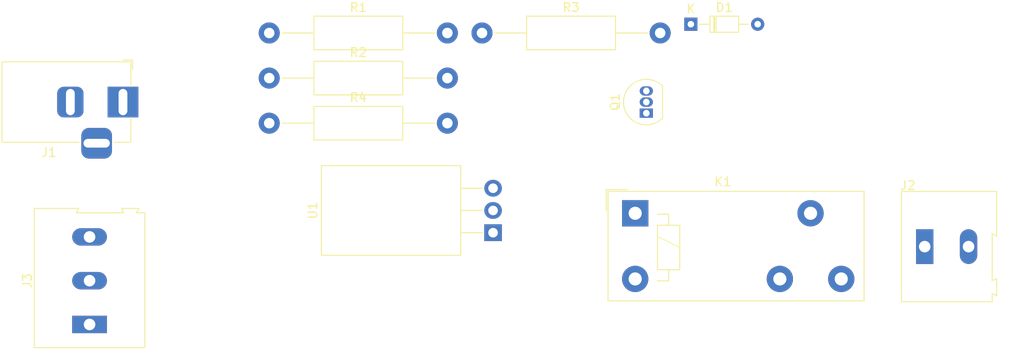
<source format=kicad_pcb>
(kicad_pcb (version 20171130) (host pcbnew "(5.1.4)-1")

  (general
    (thickness 1.6)
    (drawings 0)
    (tracks 0)
    (zones 0)
    (modules 11)
    (nets 10)
  )

  (page A4)
  (layers
    (0 F.Cu signal)
    (31 B.Cu signal)
    (32 B.Adhes user)
    (33 F.Adhes user)
    (34 B.Paste user)
    (35 F.Paste user)
    (36 B.SilkS user)
    (37 F.SilkS user)
    (38 B.Mask user)
    (39 F.Mask user)
    (40 Dwgs.User user)
    (41 Cmts.User user)
    (42 Eco1.User user)
    (43 Eco2.User user)
    (44 Edge.Cuts user)
    (45 Margin user)
    (46 B.CrtYd user)
    (47 F.CrtYd user)
    (48 B.Fab user)
    (49 F.Fab user)
  )

  (setup
    (last_trace_width 0.25)
    (trace_clearance 0.2)
    (zone_clearance 0.508)
    (zone_45_only no)
    (trace_min 0.2)
    (via_size 0.8)
    (via_drill 0.4)
    (via_min_size 0.4)
    (via_min_drill 0.3)
    (uvia_size 0.3)
    (uvia_drill 0.1)
    (uvias_allowed no)
    (uvia_min_size 0.2)
    (uvia_min_drill 0.1)
    (edge_width 0.05)
    (segment_width 0.2)
    (pcb_text_width 0.3)
    (pcb_text_size 1.5 1.5)
    (mod_edge_width 0.12)
    (mod_text_size 1 1)
    (mod_text_width 0.15)
    (pad_size 1.524 1.524)
    (pad_drill 0.762)
    (pad_to_mask_clearance 0.051)
    (solder_mask_min_width 0.25)
    (aux_axis_origin 0 0)
    (visible_elements 7FFFFFFF)
    (pcbplotparams
      (layerselection 0x010fc_ffffffff)
      (usegerberextensions false)
      (usegerberattributes false)
      (usegerberadvancedattributes false)
      (creategerberjobfile false)
      (excludeedgelayer true)
      (linewidth 0.100000)
      (plotframeref false)
      (viasonmask false)
      (mode 1)
      (useauxorigin false)
      (hpglpennumber 1)
      (hpglpenspeed 20)
      (hpglpendiameter 15.000000)
      (psnegative false)
      (psa4output false)
      (plotreference true)
      (plotvalue true)
      (plotinvisibletext false)
      (padsonsilk false)
      (subtractmaskfromsilk false)
      (outputformat 1)
      (mirror false)
      (drillshape 1)
      (scaleselection 1)
      (outputdirectory ""))
  )

  (net 0 "")
  (net 1 "Net-(D1-Pad2)")
  (net 2 +12V)
  (net 3 GND)
  (net 4 "Net-(J2-Pad1)")
  (net 5 "Net-(J3-Pad3)")
  (net 6 "Net-(J3-Pad1)")
  (net 7 "Net-(Q1-Pad2)")
  (net 8 "Net-(R3-Pad2)")
  (net 9 "Net-(J2-Pad2)")

  (net_class Default "This is the default net class."
    (clearance 0.2)
    (trace_width 0.25)
    (via_dia 0.8)
    (via_drill 0.4)
    (uvia_dia 0.3)
    (uvia_drill 0.1)
    (add_net +12V)
    (add_net GND)
    (add_net "Net-(D1-Pad2)")
    (add_net "Net-(J1-Pad2)")
    (add_net "Net-(J2-Pad1)")
    (add_net "Net-(J2-Pad2)")
    (add_net "Net-(J3-Pad1)")
    (add_net "Net-(J3-Pad3)")
    (add_net "Net-(K1-Pad14)")
    (add_net "Net-(Q1-Pad2)")
    (add_net "Net-(R3-Pad2)")
  )

  (module Relay_THT:Relay_SPDT_Finder_40.41 (layer F.Cu) (tedit 5A5B63C1) (tstamp 618C6C88)
    (at 52.07 55.88)
    (descr "Relay DPDT Finder 40.41, Pitch 3.5mm/7.5mm, https://www.finder-relais.net/de/finder-relais-serie-40.pdf")
    (tags "Relay DPDT Finder 40.41 Pitch 3.5mm")
    (path /618BFA4E)
    (fp_text reference K1 (at 10 -3.6) (layer F.SilkS)
      (effects (font (size 1 1) (thickness 0.15)))
    )
    (fp_text value G6E (at 12.192 11.43) (layer F.Fab)
      (effects (font (size 1 1) (thickness 0.15)))
    )
    (fp_line (start 26.25 10.2) (end -3.25 10.2) (layer F.CrtYd) (width 0.05))
    (fp_line (start 26.25 10.2) (end 26.25 -2.65) (layer F.CrtYd) (width 0.05))
    (fp_line (start -3.25 -2.65) (end -3.25 10.2) (layer F.CrtYd) (width 0.05))
    (fp_line (start -3.25 -2.65) (end 26.25 -2.65) (layer F.CrtYd) (width 0.05))
    (fp_line (start 2.54 1.37) (end 3.81 1.37) (layer F.SilkS) (width 0.12))
    (fp_line (start 2.54 6.45) (end 2.54 1.37) (layer F.SilkS) (width 0.12))
    (fp_line (start 5.08 6.45) (end 2.54 6.45) (layer F.SilkS) (width 0.12))
    (fp_line (start 5.08 1.37) (end 5.08 6.45) (layer F.SilkS) (width 0.12))
    (fp_line (start 3.81 1.37) (end 5.08 1.37) (layer F.SilkS) (width 0.12))
    (fp_line (start 3.81 0.1) (end 3.81 1.37) (layer F.SilkS) (width 0.12))
    (fp_line (start 2.54 0.1) (end 3.81 0.1) (layer F.SilkS) (width 0.12))
    (fp_line (start 3.81 7.72) (end 2.54 7.72) (layer F.SilkS) (width 0.12))
    (fp_line (start 3.81 6.45) (end 3.81 7.72) (layer F.SilkS) (width 0.12))
    (fp_line (start 2.54 2.64) (end 5.08 3.91) (layer F.SilkS) (width 0.12))
    (fp_line (start 0 1.9) (end 0 5.9) (layer F.Fab) (width 0.12))
    (fp_line (start -3 -1.3) (end -3 9.9) (layer F.Fab) (width 0.12))
    (fp_line (start -3 9.9) (end 26 9.9) (layer F.Fab) (width 0.12))
    (fp_line (start 26 9.9) (end 26 -2.4) (layer F.Fab) (width 0.12))
    (fp_line (start 26 -2.4) (end -2 -2.4) (layer F.Fab) (width 0.12))
    (fp_line (start -2 -2.4) (end -3 -1.3) (layer F.Fab) (width 0.12))
    (fp_line (start -3.1 -2.5) (end 26.1 -2.5) (layer F.SilkS) (width 0.12))
    (fp_line (start 26.1 -2.5) (end 26.1 10) (layer F.SilkS) (width 0.12))
    (fp_line (start 26.1 10) (end -3.1 10) (layer F.SilkS) (width 0.12))
    (fp_line (start -3.1 10) (end -3.1 -2.5) (layer F.SilkS) (width 0.12))
    (fp_line (start -0.9 -2.7) (end -3.3 -2.7) (layer F.SilkS) (width 0.12))
    (fp_line (start -3.3 -0.3) (end -3.3 -2.7) (layer F.SilkS) (width 0.12))
    (fp_text user %R (at 12.065 3.91) (layer F.Fab)
      (effects (font (size 1 1) (thickness 0.15)))
    )
    (pad 12 thru_hole circle (at 16.5 7.5) (size 3 3) (drill 1.5) (layers *.Cu *.Mask)
      (net 4 "Net-(J2-Pad1)"))
    (pad 14 thru_hole circle (at 23.5 7.5) (size 3 3) (drill 1.5) (layers *.Cu *.Mask))
    (pad 11 thru_hole circle (at 20 0) (size 3 3) (drill 1.5) (layers *.Cu *.Mask)
      (net 9 "Net-(J2-Pad2)"))
    (pad A2 thru_hole circle (at 0 7.5) (size 3 3) (drill 1.5) (layers *.Cu *.Mask)
      (net 1 "Net-(D1-Pad2)"))
    (pad A1 thru_hole rect (at 0 0) (size 3 3) (drill 1.5) (layers *.Cu *.Mask)
      (net 2 +12V))
    (model ${KISYS3DMOD}/Relay_THT.3dshapes/Relay_SPDT_Finder_40.41.wrl
      (at (xyz 0 0 0))
      (scale (xyz 1 1 1))
      (rotate (xyz 0 0 0))
    )
  )

  (module TerminalBlock:TerminalBlock_Altech_AK300-3_P5.00mm (layer F.Cu) (tedit 59FF0306) (tstamp 618C242A)
    (at -10.16 68.58 90)
    (descr "Altech AK300 terminal block, pitch 5.0mm, 45 degree angled, see http://www.mouser.com/ds/2/16/PCBMETRC-24178.pdf")
    (tags "Altech AK300 terminal block pitch 5.0mm")
    (path /618C22CA)
    (fp_text reference J3 (at 5 -7.1 90) (layer F.SilkS)
      (effects (font (size 1 1) (thickness 0.15)))
    )
    (fp_text value Screw_Terminal_01x03 (at 4.95 7.3 90) (layer F.Fab)
      (effects (font (size 1 1) (thickness 0.15)))
    )
    (fp_arc (start -1.16 -4.66) (end -1.44 -4.14) (angle 104.2) (layer F.Fab) (width 0.1))
    (fp_arc (start -0.04 -3.72) (end -1.64 -5.01) (angle 100) (layer F.Fab) (width 0.1))
    (fp_arc (start 0.04 -6.08) (end 1.5 -4.13) (angle 75.5) (layer F.Fab) (width 0.1))
    (fp_arc (start 1 -4.6) (end 1.51 -5.06) (angle 90.5) (layer F.Fab) (width 0.1))
    (fp_arc (start 3.85 -4.66) (end 3.56 -4.14) (angle 104.2) (layer F.Fab) (width 0.1))
    (fp_arc (start 4.96 -3.72) (end 3.36 -5.01) (angle 100) (layer F.Fab) (width 0.1))
    (fp_arc (start 5.04 -6.08) (end 6.5 -4.13) (angle 75.5) (layer F.Fab) (width 0.1))
    (fp_arc (start 6.01 -4.6) (end 6.51 -5.06) (angle 90.5) (layer F.Fab) (width 0.1))
    (fp_arc (start 11.09 -4.6) (end 11.59 -5.06) (angle 90.5) (layer F.Fab) (width 0.1))
    (fp_arc (start 10.12 -6.08) (end 11.58 -4.13) (angle 75.5) (layer F.Fab) (width 0.1))
    (fp_arc (start 10.04 -3.72) (end 8.44 -5.01) (angle 100) (layer F.Fab) (width 0.1))
    (fp_arc (start 8.93 -4.66) (end 8.64 -4.14) (angle 104.2) (layer F.Fab) (width 0.1))
    (fp_line (start 13.42 6.46) (end -2.83 6.46) (layer F.CrtYd) (width 0.05))
    (fp_line (start 13.42 6.46) (end 13.42 -6.48) (layer F.CrtYd) (width 0.05))
    (fp_line (start -2.83 -6.48) (end -2.83 6.46) (layer F.CrtYd) (width 0.05))
    (fp_line (start -2.83 -6.48) (end 13.42 -6.48) (layer F.CrtYd) (width 0.05))
    (fp_line (start 3.34 -0.26) (end 6.64 -0.26) (layer F.Fab) (width 0.1))
    (fp_line (start 2.96 -0.26) (end 3.34 -0.26) (layer F.Fab) (width 0.1))
    (fp_line (start 7.02 -0.26) (end 6.64 -0.26) (layer F.Fab) (width 0.1))
    (fp_line (start 1.64 -0.26) (end -1.67 -0.26) (layer F.Fab) (width 0.1))
    (fp_line (start 2.02 -0.26) (end 1.64 -0.26) (layer F.Fab) (width 0.1))
    (fp_line (start -2.05 -0.26) (end -1.67 -0.26) (layer F.Fab) (width 0.1))
    (fp_line (start -1.51 -4.33) (end 1.53 -4.96) (layer F.Fab) (width 0.1))
    (fp_line (start -1.64 -4.46) (end 1.41 -5.09) (layer F.Fab) (width 0.1))
    (fp_line (start 3.49 -4.33) (end 6.54 -4.96) (layer F.Fab) (width 0.1))
    (fp_line (start 3.36 -4.46) (end 6.41 -5.09) (layer F.Fab) (width 0.1))
    (fp_line (start 2.02 -5.98) (end -2.05 -5.98) (layer F.Fab) (width 0.1))
    (fp_line (start -2.05 -3.44) (end -2.05 -5.98) (layer F.Fab) (width 0.1))
    (fp_line (start 2.02 -3.44) (end -2.05 -3.44) (layer F.Fab) (width 0.1))
    (fp_line (start 2.02 -3.44) (end 2.02 -5.98) (layer F.Fab) (width 0.1))
    (fp_line (start 7.02 -3.44) (end 2.96 -3.44) (layer F.Fab) (width 0.1))
    (fp_line (start 7.02 -5.98) (end 7.02 -3.44) (layer F.Fab) (width 0.1))
    (fp_line (start 2.96 -5.98) (end 7.02 -5.98) (layer F.Fab) (width 0.1))
    (fp_line (start 2.96 -3.44) (end 2.96 -5.98) (layer F.Fab) (width 0.1))
    (fp_line (start -2.58 -3.19) (end -2.58 -6.23) (layer F.Fab) (width 0.1))
    (fp_line (start -2.58 -3.19) (end 7.58 -3.19) (layer F.Fab) (width 0.1))
    (fp_line (start -2.58 -0.65) (end -2.58 -3.19) (layer F.Fab) (width 0.1))
    (fp_line (start -2.58 6.21) (end -2.58 -0.65) (layer F.Fab) (width 0.1))
    (fp_line (start 6.64 0.5) (end 6.26 0.5) (layer F.Fab) (width 0.1))
    (fp_line (start 3.34 0.5) (end 3.72 0.5) (layer F.Fab) (width 0.1))
    (fp_line (start 1.64 0.5) (end 1.26 0.5) (layer F.Fab) (width 0.1))
    (fp_line (start -1.67 0.5) (end -1.28 0.5) (layer F.Fab) (width 0.1))
    (fp_line (start -1.67 3.67) (end -1.67 0.5) (layer F.Fab) (width 0.1))
    (fp_line (start 1.64 3.67) (end -1.67 3.67) (layer F.Fab) (width 0.1))
    (fp_line (start 1.64 3.67) (end 1.64 0.5) (layer F.Fab) (width 0.1))
    (fp_line (start 3.34 3.67) (end 3.34 0.5) (layer F.Fab) (width 0.1))
    (fp_line (start 6.64 3.67) (end 3.34 3.67) (layer F.Fab) (width 0.1))
    (fp_line (start 6.64 3.67) (end 6.64 0.5) (layer F.Fab) (width 0.1))
    (fp_line (start -2.05 4.31) (end -2.05 6.21) (layer F.Fab) (width 0.1))
    (fp_line (start 2.02 4.31) (end 2.02 -0.26) (layer F.Fab) (width 0.1))
    (fp_line (start 2.02 4.31) (end -2.05 4.31) (layer F.Fab) (width 0.1))
    (fp_line (start 7.02 4.31) (end 7.02 6.21) (layer F.Fab) (width 0.1))
    (fp_line (start 2.96 4.31) (end 2.96 -0.26) (layer F.Fab) (width 0.1))
    (fp_line (start 2.96 4.31) (end 7.02 4.31) (layer F.Fab) (width 0.1))
    (fp_line (start -2.05 6.21) (end 2.02 6.21) (layer F.Fab) (width 0.1))
    (fp_line (start -2.58 6.21) (end -2.05 6.21) (layer F.Fab) (width 0.1))
    (fp_line (start -2.05 -0.26) (end -2.05 4.31) (layer F.Fab) (width 0.1))
    (fp_line (start 2.02 6.21) (end 2.96 6.21) (layer F.Fab) (width 0.1))
    (fp_line (start 2.02 6.21) (end 2.02 4.31) (layer F.Fab) (width 0.1))
    (fp_line (start 7.02 6.21) (end 7.58 6.21) (layer F.Fab) (width 0.1))
    (fp_line (start 2.96 6.21) (end 7.02 6.21) (layer F.Fab) (width 0.1))
    (fp_line (start 7.02 -0.26) (end 7.02 4.31) (layer F.Fab) (width 0.1))
    (fp_line (start 2.96 6.21) (end 2.96 4.31) (layer F.Fab) (width 0.1))
    (fp_line (start 8.02 4.05) (end 8.02 5.2) (layer F.Fab) (width 0.1))
    (fp_line (start 8.02 5.2) (end 8.02 6.21) (layer F.Fab) (width 0.1))
    (fp_line (start 3.72 2.53) (end 3.72 -0.26) (layer F.Fab) (width 0.1))
    (fp_line (start 3.72 -0.26) (end 6.26 -0.26) (layer F.Fab) (width 0.1))
    (fp_line (start 6.26 2.53) (end 6.26 -0.26) (layer F.Fab) (width 0.1))
    (fp_line (start 3.72 2.53) (end 6.26 2.53) (layer F.Fab) (width 0.1))
    (fp_line (start -1.28 2.53) (end -1.28 -0.26) (layer F.Fab) (width 0.1))
    (fp_line (start -1.28 -0.26) (end 1.26 -0.26) (layer F.Fab) (width 0.1))
    (fp_line (start 1.26 2.53) (end 1.26 -0.26) (layer F.Fab) (width 0.1))
    (fp_line (start -1.28 2.53) (end 1.26 2.53) (layer F.Fab) (width 0.1))
    (fp_line (start 8.8 2.53) (end 11.34 2.53) (layer F.Fab) (width 0.1))
    (fp_line (start 11.34 2.53) (end 11.34 -0.26) (layer F.Fab) (width 0.1))
    (fp_line (start 8.8 -0.26) (end 11.34 -0.26) (layer F.Fab) (width 0.1))
    (fp_line (start 8.8 2.53) (end 8.8 -0.26) (layer F.Fab) (width 0.1))
    (fp_line (start 12.66 -6.23) (end 12.66 -3.19) (layer F.Fab) (width 0.1))
    (fp_line (start 12.66 -6.23) (end 13.17 -6.23) (layer F.Fab) (width 0.1))
    (fp_line (start 13.17 -6.23) (end 13.17 -1.41) (layer F.Fab) (width 0.1))
    (fp_line (start 13.17 -1.41) (end 12.66 -1.66) (layer F.Fab) (width 0.1))
    (fp_line (start 13.17 5.45) (end 12.66 5.2) (layer F.Fab) (width 0.1))
    (fp_line (start 12.66 5.2) (end 12.66 6.21) (layer F.Fab) (width 0.1))
    (fp_line (start 13.17 3.8) (end 12.66 4.05) (layer F.Fab) (width 0.1))
    (fp_line (start 12.66 4.05) (end 12.66 5.2) (layer F.Fab) (width 0.1))
    (fp_line (start 13.17 3.8) (end 13.17 5.45) (layer F.Fab) (width 0.1))
    (fp_line (start 8.04 6.21) (end 8.04 4.31) (layer F.Fab) (width 0.1))
    (fp_line (start 12.1 -0.26) (end 12.1 4.31) (layer F.Fab) (width 0.1))
    (fp_line (start 12.1 6.21) (end 12.66 6.21) (layer F.Fab) (width 0.1))
    (fp_line (start 8.04 4.31) (end 12.1 4.31) (layer F.Fab) (width 0.1))
    (fp_line (start 12.1 4.31) (end 12.1 6.21) (layer F.Fab) (width 0.1))
    (fp_line (start 11.72 3.67) (end 11.72 0.5) (layer F.Fab) (width 0.1))
    (fp_line (start 11.72 3.67) (end 8.42 3.67) (layer F.Fab) (width 0.1))
    (fp_line (start 8.42 3.67) (end 8.42 0.5) (layer F.Fab) (width 0.1))
    (fp_line (start 8.42 0.5) (end 8.8 0.5) (layer F.Fab) (width 0.1))
    (fp_line (start 11.72 0.5) (end 11.34 0.5) (layer F.Fab) (width 0.1))
    (fp_line (start 12.66 -1.66) (end 12.66 -0.65) (layer F.Fab) (width 0.1))
    (fp_line (start 12.66 -0.65) (end 12.66 4.05) (layer F.Fab) (width 0.1))
    (fp_line (start 12.66 -3.19) (end 12.66 -1.66) (layer F.Fab) (width 0.1))
    (fp_line (start 8.04 -3.44) (end 8.04 -5.98) (layer F.Fab) (width 0.1))
    (fp_line (start 8.04 -5.98) (end 12.1 -5.98) (layer F.Fab) (width 0.1))
    (fp_line (start 12.1 -5.98) (end 12.1 -3.44) (layer F.Fab) (width 0.1))
    (fp_line (start 12.1 -3.44) (end 8.04 -3.44) (layer F.Fab) (width 0.1))
    (fp_line (start 8.44 -4.46) (end 11.49 -5.09) (layer F.Fab) (width 0.1))
    (fp_line (start 8.57 -4.33) (end 11.62 -4.96) (layer F.Fab) (width 0.1))
    (fp_line (start 12.1 -0.26) (end 11.72 -0.26) (layer F.Fab) (width 0.1))
    (fp_line (start 8.04 -0.26) (end 8.42 -0.26) (layer F.Fab) (width 0.1))
    (fp_line (start 8.42 -0.26) (end 11.72 -0.26) (layer F.Fab) (width 0.1))
    (fp_line (start -2.58 -6.23) (end 12.66 -6.23) (layer F.Fab) (width 0.1))
    (fp_line (start 7.58 -3.19) (end 12.6 -3.19) (layer F.Fab) (width 0.1))
    (fp_line (start 12.09 6.21) (end 7.58 6.21) (layer F.Fab) (width 0.1))
    (fp_line (start 8.02 3.99) (end 8.02 -0.26) (layer F.Fab) (width 0.1))
    (fp_line (start 12.66 -0.65) (end -2.52 -0.65) (layer F.Fab) (width 0.1))
    (fp_line (start 13.25 -6.3) (end -2.65 -6.3) (layer F.SilkS) (width 0.12))
    (fp_line (start 13.25 -1.25) (end 13.25 -6.3) (layer F.SilkS) (width 0.12))
    (fp_line (start 12.75 -1.5) (end 13.25 -1.25) (layer F.SilkS) (width 0.12))
    (fp_line (start 12.75 3.9) (end 12.75 -1.5) (layer F.SilkS) (width 0.12))
    (fp_line (start 13.25 3.65) (end 12.75 3.9) (layer F.SilkS) (width 0.12))
    (fp_line (start 13.25 5.65) (end 13.25 3.65) (layer F.SilkS) (width 0.12))
    (fp_line (start 12.75 5.35) (end 13.25 5.65) (layer F.SilkS) (width 0.12))
    (fp_line (start 12.75 6.3) (end 12.75 5.35) (layer F.SilkS) (width 0.12))
    (fp_line (start -2.65 6.3) (end 12.75 6.3) (layer F.SilkS) (width 0.12))
    (fp_line (start -2.65 -6.3) (end -2.65 6.3) (layer F.SilkS) (width 0.12))
    (fp_text user %R (at 5 -2 90) (layer F.Fab)
      (effects (font (size 1 1) (thickness 0.15)))
    )
    (pad 3 thru_hole oval (at 10 0 90) (size 1.98 3.96) (drill 1.32) (layers *.Cu *.Mask)
      (net 5 "Net-(J3-Pad3)"))
    (pad 2 thru_hole oval (at 5 0 90) (size 1.98 3.96) (drill 1.32) (layers *.Cu *.Mask)
      (net 3 GND))
    (pad 1 thru_hole rect (at 0 0 90) (size 1.98 3.96) (drill 1.32) (layers *.Cu *.Mask)
      (net 6 "Net-(J3-Pad1)"))
    (model ${KISYS3DMOD}/TerminalBlock.3dshapes/TerminalBlock_Altech_AK300-3_P5.00mm.wrl
      (at (xyz 0 0 0))
      (scale (xyz 1 1 1))
      (rotate (xyz 0 0 0))
    )
  )

  (module Package_TO_SOT_THT:TO-220-3_Horizontal_TabDown (layer F.Cu) (tedit 5AC8BA0D) (tstamp 618C24DB)
    (at 35.86 58.1 90)
    (descr "TO-220-3, Horizontal, RM 2.54mm, see https://www.vishay.com/docs/66542/to-220-1.pdf")
    (tags "TO-220-3 Horizontal RM 2.54mm")
    (path /618BCCE9)
    (fp_text reference U1 (at 2.54 -20.58 90) (layer F.SilkS)
      (effects (font (size 1 1) (thickness 0.15)))
    )
    (fp_text value LM317_TO3 (at 2.54 2 90) (layer F.Fab)
      (effects (font (size 1 1) (thickness 0.15)))
    )
    (fp_text user %R (at 2.54 -20.58 90) (layer F.Fab)
      (effects (font (size 1 1) (thickness 0.15)))
    )
    (fp_line (start 7.79 -19.71) (end -2.71 -19.71) (layer F.CrtYd) (width 0.05))
    (fp_line (start 7.79 1.25) (end 7.79 -19.71) (layer F.CrtYd) (width 0.05))
    (fp_line (start -2.71 1.25) (end 7.79 1.25) (layer F.CrtYd) (width 0.05))
    (fp_line (start -2.71 -19.71) (end -2.71 1.25) (layer F.CrtYd) (width 0.05))
    (fp_line (start 5.08 -3.69) (end 5.08 -1.15) (layer F.SilkS) (width 0.12))
    (fp_line (start 2.54 -3.69) (end 2.54 -1.15) (layer F.SilkS) (width 0.12))
    (fp_line (start 0 -3.69) (end 0 -1.15) (layer F.SilkS) (width 0.12))
    (fp_line (start 7.66 -19.58) (end 7.66 -3.69) (layer F.SilkS) (width 0.12))
    (fp_line (start -2.58 -19.58) (end -2.58 -3.69) (layer F.SilkS) (width 0.12))
    (fp_line (start -2.58 -19.58) (end 7.66 -19.58) (layer F.SilkS) (width 0.12))
    (fp_line (start -2.58 -3.69) (end 7.66 -3.69) (layer F.SilkS) (width 0.12))
    (fp_line (start 5.08 -3.81) (end 5.08 0) (layer F.Fab) (width 0.1))
    (fp_line (start 2.54 -3.81) (end 2.54 0) (layer F.Fab) (width 0.1))
    (fp_line (start 0 -3.81) (end 0 0) (layer F.Fab) (width 0.1))
    (fp_line (start 7.54 -3.81) (end -2.46 -3.81) (layer F.Fab) (width 0.1))
    (fp_line (start 7.54 -13.06) (end 7.54 -3.81) (layer F.Fab) (width 0.1))
    (fp_line (start -2.46 -13.06) (end 7.54 -13.06) (layer F.Fab) (width 0.1))
    (fp_line (start -2.46 -3.81) (end -2.46 -13.06) (layer F.Fab) (width 0.1))
    (fp_line (start 7.54 -13.06) (end -2.46 -13.06) (layer F.Fab) (width 0.1))
    (fp_line (start 7.54 -19.46) (end 7.54 -13.06) (layer F.Fab) (width 0.1))
    (fp_line (start -2.46 -19.46) (end 7.54 -19.46) (layer F.Fab) (width 0.1))
    (fp_line (start -2.46 -13.06) (end -2.46 -19.46) (layer F.Fab) (width 0.1))
    (fp_circle (center 2.54 -16.66) (end 4.39 -16.66) (layer F.Fab) (width 0.1))
    (pad 3 thru_hole oval (at 5.08 0 90) (size 1.905 2) (drill 1.1) (layers *.Cu *.Mask)
      (net 6 "Net-(J3-Pad1)"))
    (pad 2 thru_hole oval (at 2.54 0 90) (size 1.905 2) (drill 1.1) (layers *.Cu *.Mask)
      (net 2 +12V))
    (pad 1 thru_hole rect (at 0 0 90) (size 1.905 2) (drill 1.1) (layers *.Cu *.Mask)
      (net 8 "Net-(R3-Pad2)"))
    (pad "" np_thru_hole oval (at 2.54 -16.66 90) (size 3.5 3.5) (drill 3.5) (layers *.Cu *.Mask))
    (model ${KISYS3DMOD}/Package_TO_SOT_THT.3dshapes/TO-220-3_Horizontal_TabDown.wrl
      (at (xyz 0 0 0))
      (scale (xyz 1 1 1))
      (rotate (xyz 0 0 0))
    )
  )

  (module Resistor_THT:R_Axial_DIN0411_L9.9mm_D3.6mm_P20.32mm_Horizontal (layer F.Cu) (tedit 5AE5139B) (tstamp 618C24BB)
    (at 10.33 45.59)
    (descr "Resistor, Axial_DIN0411 series, Axial, Horizontal, pin pitch=20.32mm, 1W, length*diameter=9.9*3.6mm^2")
    (tags "Resistor Axial_DIN0411 series Axial Horizontal pin pitch 20.32mm 1W length 9.9mm diameter 3.6mm")
    (path /618BD5C4)
    (fp_text reference R4 (at 10.16 -2.92) (layer F.SilkS)
      (effects (font (size 1 1) (thickness 0.15)))
    )
    (fp_text value 1k5 (at 10.16 2.92) (layer F.Fab)
      (effects (font (size 1 1) (thickness 0.15)))
    )
    (fp_text user %R (at 10.16 0) (layer F.Fab)
      (effects (font (size 1 1) (thickness 0.15)))
    )
    (fp_line (start 21.77 -2.05) (end -1.45 -2.05) (layer F.CrtYd) (width 0.05))
    (fp_line (start 21.77 2.05) (end 21.77 -2.05) (layer F.CrtYd) (width 0.05))
    (fp_line (start -1.45 2.05) (end 21.77 2.05) (layer F.CrtYd) (width 0.05))
    (fp_line (start -1.45 -2.05) (end -1.45 2.05) (layer F.CrtYd) (width 0.05))
    (fp_line (start 18.88 0) (end 15.23 0) (layer F.SilkS) (width 0.12))
    (fp_line (start 1.44 0) (end 5.09 0) (layer F.SilkS) (width 0.12))
    (fp_line (start 15.23 -1.92) (end 5.09 -1.92) (layer F.SilkS) (width 0.12))
    (fp_line (start 15.23 1.92) (end 15.23 -1.92) (layer F.SilkS) (width 0.12))
    (fp_line (start 5.09 1.92) (end 15.23 1.92) (layer F.SilkS) (width 0.12))
    (fp_line (start 5.09 -1.92) (end 5.09 1.92) (layer F.SilkS) (width 0.12))
    (fp_line (start 20.32 0) (end 15.11 0) (layer F.Fab) (width 0.1))
    (fp_line (start 0 0) (end 5.21 0) (layer F.Fab) (width 0.1))
    (fp_line (start 15.11 -1.8) (end 5.21 -1.8) (layer F.Fab) (width 0.1))
    (fp_line (start 15.11 1.8) (end 15.11 -1.8) (layer F.Fab) (width 0.1))
    (fp_line (start 5.21 1.8) (end 15.11 1.8) (layer F.Fab) (width 0.1))
    (fp_line (start 5.21 -1.8) (end 5.21 1.8) (layer F.Fab) (width 0.1))
    (pad 2 thru_hole oval (at 20.32 0) (size 2.4 2.4) (drill 1.2) (layers *.Cu *.Mask)
      (net 3 GND))
    (pad 1 thru_hole circle (at 0 0) (size 2.4 2.4) (drill 1.2) (layers *.Cu *.Mask)
      (net 8 "Net-(R3-Pad2)"))
    (model ${KISYS3DMOD}/Resistor_THT.3dshapes/R_Axial_DIN0411_L9.9mm_D3.6mm_P20.32mm_Horizontal.wrl
      (at (xyz 0 0 0))
      (scale (xyz 1 1 1))
      (rotate (xyz 0 0 0))
    )
  )

  (module Resistor_THT:R_Axial_DIN0411_L9.9mm_D3.6mm_P20.32mm_Horizontal (layer F.Cu) (tedit 5AE5139B) (tstamp 618C24A4)
    (at 34.6 35.29)
    (descr "Resistor, Axial_DIN0411 series, Axial, Horizontal, pin pitch=20.32mm, 1W, length*diameter=9.9*3.6mm^2")
    (tags "Resistor Axial_DIN0411 series Axial Horizontal pin pitch 20.32mm 1W length 9.9mm diameter 3.6mm")
    (path /618C4BC7)
    (fp_text reference R3 (at 10.16 -2.92) (layer F.SilkS)
      (effects (font (size 1 1) (thickness 0.15)))
    )
    (fp_text value 240 (at 10.16 2.92) (layer F.Fab)
      (effects (font (size 1 1) (thickness 0.15)))
    )
    (fp_text user %R (at 10.16 0) (layer F.Fab)
      (effects (font (size 1 1) (thickness 0.15)))
    )
    (fp_line (start 21.77 -2.05) (end -1.45 -2.05) (layer F.CrtYd) (width 0.05))
    (fp_line (start 21.77 2.05) (end 21.77 -2.05) (layer F.CrtYd) (width 0.05))
    (fp_line (start -1.45 2.05) (end 21.77 2.05) (layer F.CrtYd) (width 0.05))
    (fp_line (start -1.45 -2.05) (end -1.45 2.05) (layer F.CrtYd) (width 0.05))
    (fp_line (start 18.88 0) (end 15.23 0) (layer F.SilkS) (width 0.12))
    (fp_line (start 1.44 0) (end 5.09 0) (layer F.SilkS) (width 0.12))
    (fp_line (start 15.23 -1.92) (end 5.09 -1.92) (layer F.SilkS) (width 0.12))
    (fp_line (start 15.23 1.92) (end 15.23 -1.92) (layer F.SilkS) (width 0.12))
    (fp_line (start 5.09 1.92) (end 15.23 1.92) (layer F.SilkS) (width 0.12))
    (fp_line (start 5.09 -1.92) (end 5.09 1.92) (layer F.SilkS) (width 0.12))
    (fp_line (start 20.32 0) (end 15.11 0) (layer F.Fab) (width 0.1))
    (fp_line (start 0 0) (end 5.21 0) (layer F.Fab) (width 0.1))
    (fp_line (start 15.11 -1.8) (end 5.21 -1.8) (layer F.Fab) (width 0.1))
    (fp_line (start 15.11 1.8) (end 15.11 -1.8) (layer F.Fab) (width 0.1))
    (fp_line (start 5.21 1.8) (end 15.11 1.8) (layer F.Fab) (width 0.1))
    (fp_line (start 5.21 -1.8) (end 5.21 1.8) (layer F.Fab) (width 0.1))
    (pad 2 thru_hole oval (at 20.32 0) (size 2.4 2.4) (drill 1.2) (layers *.Cu *.Mask)
      (net 8 "Net-(R3-Pad2)"))
    (pad 1 thru_hole circle (at 0 0) (size 2.4 2.4) (drill 1.2) (layers *.Cu *.Mask)
      (net 6 "Net-(J3-Pad1)"))
    (model ${KISYS3DMOD}/Resistor_THT.3dshapes/R_Axial_DIN0411_L9.9mm_D3.6mm_P20.32mm_Horizontal.wrl
      (at (xyz 0 0 0))
      (scale (xyz 1 1 1))
      (rotate (xyz 0 0 0))
    )
  )

  (module Resistor_THT:R_Axial_DIN0411_L9.9mm_D3.6mm_P20.32mm_Horizontal (layer F.Cu) (tedit 5AE5139B) (tstamp 618C248D)
    (at 10.33 40.44)
    (descr "Resistor, Axial_DIN0411 series, Axial, Horizontal, pin pitch=20.32mm, 1W, length*diameter=9.9*3.6mm^2")
    (tags "Resistor Axial_DIN0411 series Axial Horizontal pin pitch 20.32mm 1W length 9.9mm diameter 3.6mm")
    (path /618C51FA)
    (fp_text reference R2 (at 10.16 -2.92) (layer F.SilkS)
      (effects (font (size 1 1) (thickness 0.15)))
    )
    (fp_text value 10k (at 10.16 2.92) (layer F.Fab)
      (effects (font (size 1 1) (thickness 0.15)))
    )
    (fp_text user %R (at 10.16 0) (layer F.Fab)
      (effects (font (size 1 1) (thickness 0.15)))
    )
    (fp_line (start 21.77 -2.05) (end -1.45 -2.05) (layer F.CrtYd) (width 0.05))
    (fp_line (start 21.77 2.05) (end 21.77 -2.05) (layer F.CrtYd) (width 0.05))
    (fp_line (start -1.45 2.05) (end 21.77 2.05) (layer F.CrtYd) (width 0.05))
    (fp_line (start -1.45 -2.05) (end -1.45 2.05) (layer F.CrtYd) (width 0.05))
    (fp_line (start 18.88 0) (end 15.23 0) (layer F.SilkS) (width 0.12))
    (fp_line (start 1.44 0) (end 5.09 0) (layer F.SilkS) (width 0.12))
    (fp_line (start 15.23 -1.92) (end 5.09 -1.92) (layer F.SilkS) (width 0.12))
    (fp_line (start 15.23 1.92) (end 15.23 -1.92) (layer F.SilkS) (width 0.12))
    (fp_line (start 5.09 1.92) (end 15.23 1.92) (layer F.SilkS) (width 0.12))
    (fp_line (start 5.09 -1.92) (end 5.09 1.92) (layer F.SilkS) (width 0.12))
    (fp_line (start 20.32 0) (end 15.11 0) (layer F.Fab) (width 0.1))
    (fp_line (start 0 0) (end 5.21 0) (layer F.Fab) (width 0.1))
    (fp_line (start 15.11 -1.8) (end 5.21 -1.8) (layer F.Fab) (width 0.1))
    (fp_line (start 15.11 1.8) (end 15.11 -1.8) (layer F.Fab) (width 0.1))
    (fp_line (start 5.21 1.8) (end 15.11 1.8) (layer F.Fab) (width 0.1))
    (fp_line (start 5.21 -1.8) (end 5.21 1.8) (layer F.Fab) (width 0.1))
    (pad 2 thru_hole oval (at 20.32 0) (size 2.4 2.4) (drill 1.2) (layers *.Cu *.Mask)
      (net 7 "Net-(Q1-Pad2)"))
    (pad 1 thru_hole circle (at 0 0) (size 2.4 2.4) (drill 1.2) (layers *.Cu *.Mask)
      (net 5 "Net-(J3-Pad3)"))
    (model ${KISYS3DMOD}/Resistor_THT.3dshapes/R_Axial_DIN0411_L9.9mm_D3.6mm_P20.32mm_Horizontal.wrl
      (at (xyz 0 0 0))
      (scale (xyz 1 1 1))
      (rotate (xyz 0 0 0))
    )
  )

  (module Resistor_THT:R_Axial_DIN0411_L9.9mm_D3.6mm_P20.32mm_Horizontal (layer F.Cu) (tedit 5AE5139B) (tstamp 618C2476)
    (at 10.33 35.29)
    (descr "Resistor, Axial_DIN0411 series, Axial, Horizontal, pin pitch=20.32mm, 1W, length*diameter=9.9*3.6mm^2")
    (tags "Resistor Axial_DIN0411 series Axial Horizontal pin pitch 20.32mm 1W length 9.9mm diameter 3.6mm")
    (path /618C5526)
    (fp_text reference R1 (at 10.16 -2.92) (layer F.SilkS)
      (effects (font (size 1 1) (thickness 0.15)))
    )
    (fp_text value 4k7 (at 10.16 2.92) (layer F.Fab)
      (effects (font (size 1 1) (thickness 0.15)))
    )
    (fp_text user %R (at 10.16 0) (layer F.Fab)
      (effects (font (size 1 1) (thickness 0.15)))
    )
    (fp_line (start 21.77 -2.05) (end -1.45 -2.05) (layer F.CrtYd) (width 0.05))
    (fp_line (start 21.77 2.05) (end 21.77 -2.05) (layer F.CrtYd) (width 0.05))
    (fp_line (start -1.45 2.05) (end 21.77 2.05) (layer F.CrtYd) (width 0.05))
    (fp_line (start -1.45 -2.05) (end -1.45 2.05) (layer F.CrtYd) (width 0.05))
    (fp_line (start 18.88 0) (end 15.23 0) (layer F.SilkS) (width 0.12))
    (fp_line (start 1.44 0) (end 5.09 0) (layer F.SilkS) (width 0.12))
    (fp_line (start 15.23 -1.92) (end 5.09 -1.92) (layer F.SilkS) (width 0.12))
    (fp_line (start 15.23 1.92) (end 15.23 -1.92) (layer F.SilkS) (width 0.12))
    (fp_line (start 5.09 1.92) (end 15.23 1.92) (layer F.SilkS) (width 0.12))
    (fp_line (start 5.09 -1.92) (end 5.09 1.92) (layer F.SilkS) (width 0.12))
    (fp_line (start 20.32 0) (end 15.11 0) (layer F.Fab) (width 0.1))
    (fp_line (start 0 0) (end 5.21 0) (layer F.Fab) (width 0.1))
    (fp_line (start 15.11 -1.8) (end 5.21 -1.8) (layer F.Fab) (width 0.1))
    (fp_line (start 15.11 1.8) (end 15.11 -1.8) (layer F.Fab) (width 0.1))
    (fp_line (start 5.21 1.8) (end 15.11 1.8) (layer F.Fab) (width 0.1))
    (fp_line (start 5.21 -1.8) (end 5.21 1.8) (layer F.Fab) (width 0.1))
    (pad 2 thru_hole oval (at 20.32 0) (size 2.4 2.4) (drill 1.2) (layers *.Cu *.Mask)
      (net 3 GND))
    (pad 1 thru_hole circle (at 0 0) (size 2.4 2.4) (drill 1.2) (layers *.Cu *.Mask)
      (net 7 "Net-(Q1-Pad2)"))
    (model ${KISYS3DMOD}/Resistor_THT.3dshapes/R_Axial_DIN0411_L9.9mm_D3.6mm_P20.32mm_Horizontal.wrl
      (at (xyz 0 0 0))
      (scale (xyz 1 1 1))
      (rotate (xyz 0 0 0))
    )
  )

  (module Package_TO_SOT_THT:TO-92_Inline (layer F.Cu) (tedit 5A1DD157) (tstamp 618C245F)
    (at 53.34 44.45 90)
    (descr "TO-92 leads in-line, narrow, oval pads, drill 0.75mm (see NXP sot054_po.pdf)")
    (tags "to-92 sc-43 sc-43a sot54 PA33 transistor")
    (path /618BEBF9)
    (fp_text reference Q1 (at 1.27 -3.56 90) (layer F.SilkS)
      (effects (font (size 1 1) (thickness 0.15)))
    )
    (fp_text value BC549 (at 1.27 2.79 90) (layer F.Fab)
      (effects (font (size 1 1) (thickness 0.15)))
    )
    (fp_arc (start 1.27 0) (end 1.27 -2.6) (angle 135) (layer F.SilkS) (width 0.12))
    (fp_arc (start 1.27 0) (end 1.27 -2.48) (angle -135) (layer F.Fab) (width 0.1))
    (fp_arc (start 1.27 0) (end 1.27 -2.6) (angle -135) (layer F.SilkS) (width 0.12))
    (fp_arc (start 1.27 0) (end 1.27 -2.48) (angle 135) (layer F.Fab) (width 0.1))
    (fp_line (start 4 2.01) (end -1.46 2.01) (layer F.CrtYd) (width 0.05))
    (fp_line (start 4 2.01) (end 4 -2.73) (layer F.CrtYd) (width 0.05))
    (fp_line (start -1.46 -2.73) (end -1.46 2.01) (layer F.CrtYd) (width 0.05))
    (fp_line (start -1.46 -2.73) (end 4 -2.73) (layer F.CrtYd) (width 0.05))
    (fp_line (start -0.5 1.75) (end 3 1.75) (layer F.Fab) (width 0.1))
    (fp_line (start -0.53 1.85) (end 3.07 1.85) (layer F.SilkS) (width 0.12))
    (fp_text user %R (at 1.27 -3.56 90) (layer F.Fab)
      (effects (font (size 1 1) (thickness 0.15)))
    )
    (pad 1 thru_hole rect (at 0 0 90) (size 1.05 1.5) (drill 0.75) (layers *.Cu *.Mask)
      (net 1 "Net-(D1-Pad2)"))
    (pad 3 thru_hole oval (at 2.54 0 90) (size 1.05 1.5) (drill 0.75) (layers *.Cu *.Mask)
      (net 3 GND))
    (pad 2 thru_hole oval (at 1.27 0 90) (size 1.05 1.5) (drill 0.75) (layers *.Cu *.Mask)
      (net 7 "Net-(Q1-Pad2)"))
    (model ${KISYS3DMOD}/Package_TO_SOT_THT.3dshapes/TO-92_Inline.wrl
      (at (xyz 0 0 0))
      (scale (xyz 1 1 1))
      (rotate (xyz 0 0 0))
    )
  )

  (module TerminalBlock:TerminalBlock_Altech_AK300-2_P5.00mm (layer F.Cu) (tedit 59FF0306) (tstamp 618C23A7)
    (at 85.09 59.69)
    (descr "Altech AK300 terminal block, pitch 5.0mm, 45 degree angled, see http://www.mouser.com/ds/2/16/PCBMETRC-24178.pdf")
    (tags "Altech AK300 terminal block pitch 5.0mm")
    (path /618C15E2)
    (fp_text reference J2 (at -1.92 -6.99) (layer F.SilkS)
      (effects (font (size 1 1) (thickness 0.15)))
    )
    (fp_text value Screw_Terminal_01x02 (at 2.78 7.75) (layer F.Fab)
      (effects (font (size 1 1) (thickness 0.15)))
    )
    (fp_arc (start -1.13 -4.65) (end -1.42 -4.13) (angle 104.2) (layer F.Fab) (width 0.1))
    (fp_arc (start -0.01 -3.71) (end -1.62 -5) (angle 100) (layer F.Fab) (width 0.1))
    (fp_arc (start 0.06 -6.07) (end 1.53 -4.12) (angle 75.5) (layer F.Fab) (width 0.1))
    (fp_arc (start 1.03 -4.59) (end 1.53 -5.05) (angle 90.5) (layer F.Fab) (width 0.1))
    (fp_arc (start 3.87 -4.65) (end 3.58 -4.13) (angle 104.2) (layer F.Fab) (width 0.1))
    (fp_arc (start 4.99 -3.71) (end 3.39 -5) (angle 100) (layer F.Fab) (width 0.1))
    (fp_arc (start 5.07 -6.07) (end 6.53 -4.12) (angle 75.5) (layer F.Fab) (width 0.1))
    (fp_arc (start 6.03 -4.59) (end 6.54 -5.05) (angle 90.5) (layer F.Fab) (width 0.1))
    (fp_line (start 8.36 6.47) (end -2.83 6.47) (layer F.CrtYd) (width 0.05))
    (fp_line (start 8.36 6.47) (end 8.36 -6.47) (layer F.CrtYd) (width 0.05))
    (fp_line (start -2.83 -6.47) (end -2.83 6.47) (layer F.CrtYd) (width 0.05))
    (fp_line (start -2.83 -6.47) (end 8.36 -6.47) (layer F.CrtYd) (width 0.05))
    (fp_line (start 3.36 -0.25) (end 6.67 -0.25) (layer F.Fab) (width 0.1))
    (fp_line (start 2.98 -0.25) (end 3.36 -0.25) (layer F.Fab) (width 0.1))
    (fp_line (start 7.05 -0.25) (end 6.67 -0.25) (layer F.Fab) (width 0.1))
    (fp_line (start 6.67 -0.64) (end 3.36 -0.64) (layer F.Fab) (width 0.1))
    (fp_line (start 7.61 -0.64) (end 6.67 -0.64) (layer F.Fab) (width 0.1))
    (fp_line (start 1.66 -0.64) (end 3.36 -0.64) (layer F.Fab) (width 0.1))
    (fp_line (start -1.64 -0.64) (end 1.66 -0.64) (layer F.Fab) (width 0.1))
    (fp_line (start -2.58 -0.64) (end -1.64 -0.64) (layer F.Fab) (width 0.1))
    (fp_line (start 1.66 -0.25) (end -1.64 -0.25) (layer F.Fab) (width 0.1))
    (fp_line (start 2.04 -0.25) (end 1.66 -0.25) (layer F.Fab) (width 0.1))
    (fp_line (start -2.02 -0.25) (end -1.64 -0.25) (layer F.Fab) (width 0.1))
    (fp_line (start -1.49 -4.32) (end 1.56 -4.95) (layer F.Fab) (width 0.1))
    (fp_line (start -1.62 -4.45) (end 1.44 -5.08) (layer F.Fab) (width 0.1))
    (fp_line (start 3.52 -4.32) (end 6.56 -4.95) (layer F.Fab) (width 0.1))
    (fp_line (start 3.39 -4.45) (end 6.44 -5.08) (layer F.Fab) (width 0.1))
    (fp_line (start 2.04 -5.97) (end -2.02 -5.97) (layer F.Fab) (width 0.1))
    (fp_line (start -2.02 -3.43) (end -2.02 -5.97) (layer F.Fab) (width 0.1))
    (fp_line (start 2.04 -3.43) (end -2.02 -3.43) (layer F.Fab) (width 0.1))
    (fp_line (start 2.04 -3.43) (end 2.04 -5.97) (layer F.Fab) (width 0.1))
    (fp_line (start 7.05 -3.43) (end 2.98 -3.43) (layer F.Fab) (width 0.1))
    (fp_line (start 7.05 -5.97) (end 7.05 -3.43) (layer F.Fab) (width 0.1))
    (fp_line (start 2.98 -5.97) (end 7.05 -5.97) (layer F.Fab) (width 0.1))
    (fp_line (start 2.98 -3.43) (end 2.98 -5.97) (layer F.Fab) (width 0.1))
    (fp_line (start 7.61 -3.17) (end 7.61 -1.65) (layer F.Fab) (width 0.1))
    (fp_line (start -2.58 -3.17) (end -2.58 -6.22) (layer F.Fab) (width 0.1))
    (fp_line (start -2.58 -3.17) (end 7.61 -3.17) (layer F.Fab) (width 0.1))
    (fp_line (start 7.61 -0.64) (end 7.61 4.06) (layer F.Fab) (width 0.1))
    (fp_line (start 7.61 -1.65) (end 7.61 -0.64) (layer F.Fab) (width 0.1))
    (fp_line (start -2.58 -0.64) (end -2.58 -3.17) (layer F.Fab) (width 0.1))
    (fp_line (start -2.58 6.22) (end -2.58 -0.64) (layer F.Fab) (width 0.1))
    (fp_line (start 6.67 0.51) (end 6.28 0.51) (layer F.Fab) (width 0.1))
    (fp_line (start 3.36 0.51) (end 3.74 0.51) (layer F.Fab) (width 0.1))
    (fp_line (start 1.66 0.51) (end 1.28 0.51) (layer F.Fab) (width 0.1))
    (fp_line (start -1.64 0.51) (end -1.26 0.51) (layer F.Fab) (width 0.1))
    (fp_line (start -1.64 3.68) (end -1.64 0.51) (layer F.Fab) (width 0.1))
    (fp_line (start 1.66 3.68) (end -1.64 3.68) (layer F.Fab) (width 0.1))
    (fp_line (start 1.66 3.68) (end 1.66 0.51) (layer F.Fab) (width 0.1))
    (fp_line (start 3.36 3.68) (end 3.36 0.51) (layer F.Fab) (width 0.1))
    (fp_line (start 6.67 3.68) (end 3.36 3.68) (layer F.Fab) (width 0.1))
    (fp_line (start 6.67 3.68) (end 6.67 0.51) (layer F.Fab) (width 0.1))
    (fp_line (start -2.02 4.32) (end -2.02 6.22) (layer F.Fab) (width 0.1))
    (fp_line (start 2.04 4.32) (end 2.04 -0.25) (layer F.Fab) (width 0.1))
    (fp_line (start 2.04 4.32) (end -2.02 4.32) (layer F.Fab) (width 0.1))
    (fp_line (start 7.05 4.32) (end 7.05 6.22) (layer F.Fab) (width 0.1))
    (fp_line (start 2.98 4.32) (end 2.98 -0.25) (layer F.Fab) (width 0.1))
    (fp_line (start 2.98 4.32) (end 7.05 4.32) (layer F.Fab) (width 0.1))
    (fp_line (start -2.02 6.22) (end 2.04 6.22) (layer F.Fab) (width 0.1))
    (fp_line (start -2.58 6.22) (end -2.02 6.22) (layer F.Fab) (width 0.1))
    (fp_line (start -2.02 -0.25) (end -2.02 4.32) (layer F.Fab) (width 0.1))
    (fp_line (start 2.04 6.22) (end 2.98 6.22) (layer F.Fab) (width 0.1))
    (fp_line (start 2.04 6.22) (end 2.04 4.32) (layer F.Fab) (width 0.1))
    (fp_line (start 7.05 6.22) (end 7.61 6.22) (layer F.Fab) (width 0.1))
    (fp_line (start 2.98 6.22) (end 7.05 6.22) (layer F.Fab) (width 0.1))
    (fp_line (start 7.05 -0.25) (end 7.05 4.32) (layer F.Fab) (width 0.1))
    (fp_line (start 2.98 6.22) (end 2.98 4.32) (layer F.Fab) (width 0.1))
    (fp_line (start 8.11 3.81) (end 8.11 5.46) (layer F.Fab) (width 0.1))
    (fp_line (start 7.61 4.06) (end 7.61 5.21) (layer F.Fab) (width 0.1))
    (fp_line (start 8.11 3.81) (end 7.61 4.06) (layer F.Fab) (width 0.1))
    (fp_line (start 7.61 5.21) (end 7.61 6.22) (layer F.Fab) (width 0.1))
    (fp_line (start 8.11 5.46) (end 7.61 5.21) (layer F.Fab) (width 0.1))
    (fp_line (start 8.11 -1.4) (end 7.61 -1.65) (layer F.Fab) (width 0.1))
    (fp_line (start 8.11 -6.22) (end 8.11 -1.4) (layer F.Fab) (width 0.1))
    (fp_line (start 7.61 -6.22) (end 8.11 -6.22) (layer F.Fab) (width 0.1))
    (fp_line (start 7.61 -6.22) (end -2.58 -6.22) (layer F.Fab) (width 0.1))
    (fp_line (start 7.61 -6.22) (end 7.61 -3.17) (layer F.Fab) (width 0.1))
    (fp_line (start 3.74 2.54) (end 3.74 -0.25) (layer F.Fab) (width 0.1))
    (fp_line (start 3.74 -0.25) (end 6.28 -0.25) (layer F.Fab) (width 0.1))
    (fp_line (start 6.28 2.54) (end 6.28 -0.25) (layer F.Fab) (width 0.1))
    (fp_line (start 3.74 2.54) (end 6.28 2.54) (layer F.Fab) (width 0.1))
    (fp_line (start -1.26 2.54) (end -1.26 -0.25) (layer F.Fab) (width 0.1))
    (fp_line (start -1.26 -0.25) (end 1.28 -0.25) (layer F.Fab) (width 0.1))
    (fp_line (start 1.28 2.54) (end 1.28 -0.25) (layer F.Fab) (width 0.1))
    (fp_line (start -1.26 2.54) (end 1.28 2.54) (layer F.Fab) (width 0.1))
    (fp_line (start 8.2 -6.3) (end -2.65 -6.3) (layer F.SilkS) (width 0.12))
    (fp_line (start 8.2 -1.2) (end 8.2 -6.3) (layer F.SilkS) (width 0.12))
    (fp_line (start 7.7 -1.5) (end 8.2 -1.2) (layer F.SilkS) (width 0.12))
    (fp_line (start 7.7 3.9) (end 7.7 -1.5) (layer F.SilkS) (width 0.12))
    (fp_line (start 8.2 3.65) (end 7.7 3.9) (layer F.SilkS) (width 0.12))
    (fp_line (start 8.2 3.7) (end 8.2 3.65) (layer F.SilkS) (width 0.12))
    (fp_line (start 8.2 5.6) (end 8.2 3.7) (layer F.SilkS) (width 0.12))
    (fp_line (start 7.7 5.35) (end 8.2 5.6) (layer F.SilkS) (width 0.12))
    (fp_line (start 7.7 6.3) (end 7.7 5.35) (layer F.SilkS) (width 0.12))
    (fp_line (start -2.65 6.3) (end 7.7 6.3) (layer F.SilkS) (width 0.12))
    (fp_line (start -2.65 -6.3) (end -2.65 6.3) (layer F.SilkS) (width 0.12))
    (fp_text user %R (at 2.5 -2) (layer F.Fab)
      (effects (font (size 1 1) (thickness 0.15)))
    )
    (pad 2 thru_hole oval (at 5 0) (size 1.98 3.96) (drill 1.32) (layers *.Cu *.Mask)
      (net 9 "Net-(J2-Pad2)"))
    (pad 1 thru_hole rect (at 0 0) (size 1.98 3.96) (drill 1.32) (layers *.Cu *.Mask)
      (net 4 "Net-(J2-Pad1)"))
    (model ${KISYS3DMOD}/TerminalBlock.3dshapes/TerminalBlock_Altech_AK300-2_P5.00mm.wrl
      (at (xyz 0 0 0))
      (scale (xyz 1 1 1))
      (rotate (xyz 0 0 0))
    )
  )

  (module Connector_BarrelJack:BarrelJack_Horizontal (layer F.Cu) (tedit 5A1DBF6A) (tstamp 618C2340)
    (at -6.35 43.18)
    (descr "DC Barrel Jack")
    (tags "Power Jack")
    (path /618C0BA8)
    (fp_text reference J1 (at -8.45 5.75) (layer F.SilkS)
      (effects (font (size 1 1) (thickness 0.15)))
    )
    (fp_text value Barrel_Jack_Switch (at -6.2 -5.5) (layer F.Fab)
      (effects (font (size 1 1) (thickness 0.15)))
    )
    (fp_line (start 0 -4.5) (end -13.7 -4.5) (layer F.Fab) (width 0.1))
    (fp_line (start 0.8 4.5) (end 0.8 -3.75) (layer F.Fab) (width 0.1))
    (fp_line (start -13.7 4.5) (end 0.8 4.5) (layer F.Fab) (width 0.1))
    (fp_line (start -13.7 -4.5) (end -13.7 4.5) (layer F.Fab) (width 0.1))
    (fp_line (start -10.2 -4.5) (end -10.2 4.5) (layer F.Fab) (width 0.1))
    (fp_line (start 0.9 -4.6) (end 0.9 -2) (layer F.SilkS) (width 0.12))
    (fp_line (start -13.8 -4.6) (end 0.9 -4.6) (layer F.SilkS) (width 0.12))
    (fp_line (start 0.9 4.6) (end -1 4.6) (layer F.SilkS) (width 0.12))
    (fp_line (start 0.9 1.9) (end 0.9 4.6) (layer F.SilkS) (width 0.12))
    (fp_line (start -13.8 4.6) (end -13.8 -4.6) (layer F.SilkS) (width 0.12))
    (fp_line (start -5 4.6) (end -13.8 4.6) (layer F.SilkS) (width 0.12))
    (fp_line (start -14 4.75) (end -14 -4.75) (layer F.CrtYd) (width 0.05))
    (fp_line (start -5 4.75) (end -14 4.75) (layer F.CrtYd) (width 0.05))
    (fp_line (start -5 6.75) (end -5 4.75) (layer F.CrtYd) (width 0.05))
    (fp_line (start -1 6.75) (end -5 6.75) (layer F.CrtYd) (width 0.05))
    (fp_line (start -1 4.75) (end -1 6.75) (layer F.CrtYd) (width 0.05))
    (fp_line (start 1 4.75) (end -1 4.75) (layer F.CrtYd) (width 0.05))
    (fp_line (start 1 2) (end 1 4.75) (layer F.CrtYd) (width 0.05))
    (fp_line (start 2 2) (end 1 2) (layer F.CrtYd) (width 0.05))
    (fp_line (start 2 -2) (end 2 2) (layer F.CrtYd) (width 0.05))
    (fp_line (start 1 -2) (end 2 -2) (layer F.CrtYd) (width 0.05))
    (fp_line (start 1 -4.5) (end 1 -2) (layer F.CrtYd) (width 0.05))
    (fp_line (start 1 -4.75) (end -14 -4.75) (layer F.CrtYd) (width 0.05))
    (fp_line (start 1 -4.5) (end 1 -4.75) (layer F.CrtYd) (width 0.05))
    (fp_line (start 0.05 -4.8) (end 1.1 -4.8) (layer F.SilkS) (width 0.12))
    (fp_line (start 1.1 -3.75) (end 1.1 -4.8) (layer F.SilkS) (width 0.12))
    (fp_line (start -0.003213 -4.505425) (end 0.8 -3.75) (layer F.Fab) (width 0.1))
    (fp_text user %R (at -3 -2.95) (layer F.Fab)
      (effects (font (size 1 1) (thickness 0.15)))
    )
    (pad 3 thru_hole roundrect (at -3 4.7) (size 3.5 3.5) (drill oval 3 1) (layers *.Cu *.Mask) (roundrect_rratio 0.25)
      (net 2 +12V))
    (pad 2 thru_hole roundrect (at -6 0) (size 3 3.5) (drill oval 1 3) (layers *.Cu *.Mask) (roundrect_rratio 0.25))
    (pad 1 thru_hole rect (at 0 0) (size 3.5 3.5) (drill oval 1 3) (layers *.Cu *.Mask)
      (net 3 GND))
    (model ${KISYS3DMOD}/Connector_BarrelJack.3dshapes/BarrelJack_Horizontal.wrl
      (at (xyz 0 0 0))
      (scale (xyz 1 1 1))
      (rotate (xyz 0 0 0))
    )
  )

  (module Diode_THT:D_DO-34_SOD68_P7.62mm_Horizontal (layer F.Cu) (tedit 5AE50CD5) (tstamp 618C231D)
    (at 58.42 34.29)
    (descr "Diode, DO-34_SOD68 series, Axial, Horizontal, pin pitch=7.62mm, , length*diameter=3.04*1.6mm^2, , https://www.nxp.com/docs/en/data-sheet/KTY83_SER.pdf")
    (tags "Diode DO-34_SOD68 series Axial Horizontal pin pitch 7.62mm  length 3.04mm diameter 1.6mm")
    (path /618CDEEB)
    (fp_text reference D1 (at 3.81 -1.92) (layer F.SilkS)
      (effects (font (size 1 1) (thickness 0.15)))
    )
    (fp_text value D (at 3.81 1.92) (layer F.Fab)
      (effects (font (size 1 1) (thickness 0.15)))
    )
    (fp_text user K (at 0 -1.75) (layer F.SilkS)
      (effects (font (size 1 1) (thickness 0.15)))
    )
    (fp_text user K (at 0 -1.75) (layer F.Fab)
      (effects (font (size 1 1) (thickness 0.15)))
    )
    (fp_text user %R (at 4.038 0) (layer F.Fab)
      (effects (font (size 0.608 0.608) (thickness 0.0912)))
    )
    (fp_line (start 8.63 -1.05) (end -1 -1.05) (layer F.CrtYd) (width 0.05))
    (fp_line (start 8.63 1.05) (end 8.63 -1.05) (layer F.CrtYd) (width 0.05))
    (fp_line (start -1 1.05) (end 8.63 1.05) (layer F.CrtYd) (width 0.05))
    (fp_line (start -1 -1.05) (end -1 1.05) (layer F.CrtYd) (width 0.05))
    (fp_line (start 2.626 -0.92) (end 2.626 0.92) (layer F.SilkS) (width 0.12))
    (fp_line (start 2.866 -0.92) (end 2.866 0.92) (layer F.SilkS) (width 0.12))
    (fp_line (start 2.746 -0.92) (end 2.746 0.92) (layer F.SilkS) (width 0.12))
    (fp_line (start 6.63 0) (end 5.45 0) (layer F.SilkS) (width 0.12))
    (fp_line (start 0.99 0) (end 2.17 0) (layer F.SilkS) (width 0.12))
    (fp_line (start 5.45 -0.92) (end 2.17 -0.92) (layer F.SilkS) (width 0.12))
    (fp_line (start 5.45 0.92) (end 5.45 -0.92) (layer F.SilkS) (width 0.12))
    (fp_line (start 2.17 0.92) (end 5.45 0.92) (layer F.SilkS) (width 0.12))
    (fp_line (start 2.17 -0.92) (end 2.17 0.92) (layer F.SilkS) (width 0.12))
    (fp_line (start 2.646 -0.8) (end 2.646 0.8) (layer F.Fab) (width 0.1))
    (fp_line (start 2.846 -0.8) (end 2.846 0.8) (layer F.Fab) (width 0.1))
    (fp_line (start 2.746 -0.8) (end 2.746 0.8) (layer F.Fab) (width 0.1))
    (fp_line (start 7.62 0) (end 5.33 0) (layer F.Fab) (width 0.1))
    (fp_line (start 0 0) (end 2.29 0) (layer F.Fab) (width 0.1))
    (fp_line (start 5.33 -0.8) (end 2.29 -0.8) (layer F.Fab) (width 0.1))
    (fp_line (start 5.33 0.8) (end 5.33 -0.8) (layer F.Fab) (width 0.1))
    (fp_line (start 2.29 0.8) (end 5.33 0.8) (layer F.Fab) (width 0.1))
    (fp_line (start 2.29 -0.8) (end 2.29 0.8) (layer F.Fab) (width 0.1))
    (pad 2 thru_hole oval (at 7.62 0) (size 1.5 1.5) (drill 0.75) (layers *.Cu *.Mask)
      (net 1 "Net-(D1-Pad2)"))
    (pad 1 thru_hole rect (at 0 0) (size 1.5 1.5) (drill 0.75) (layers *.Cu *.Mask)
      (net 2 +12V))
    (model ${KISYS3DMOD}/Diode_THT.3dshapes/D_DO-34_SOD68_P7.62mm_Horizontal.wrl
      (at (xyz 0 0 0))
      (scale (xyz 1 1 1))
      (rotate (xyz 0 0 0))
    )
  )

)

</source>
